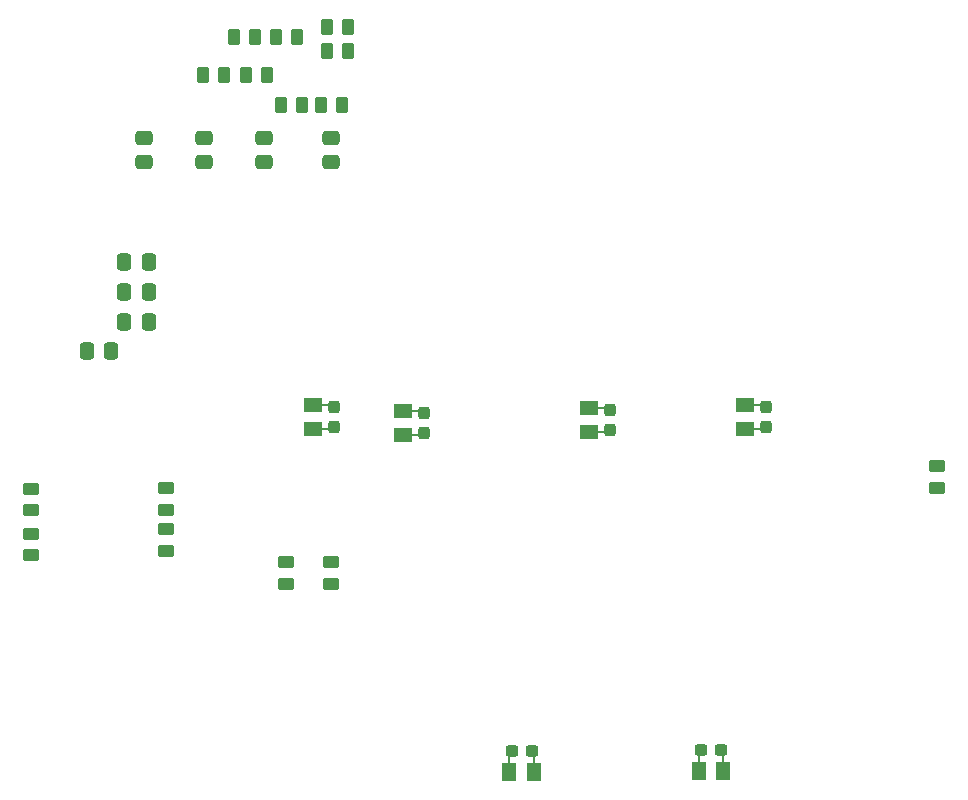
<source format=gbr>
%TF.GenerationSoftware,KiCad,Pcbnew,(6.0.7)*%
%TF.CreationDate,2022-12-27T00:24:06+11:00*%
%TF.ProjectId,esp32_esc,65737033-325f-4657-9363-2e6b69636164,rev?*%
%TF.SameCoordinates,Original*%
%TF.FileFunction,Paste,Bot*%
%TF.FilePolarity,Positive*%
%FSLAX46Y46*%
G04 Gerber Fmt 4.6, Leading zero omitted, Abs format (unit mm)*
G04 Created by KiCad (PCBNEW (6.0.7)) date 2022-12-27 00:24:06*
%MOMM*%
%LPD*%
G01*
G04 APERTURE LIST*
G04 Aperture macros list*
%AMRoundRect*
0 Rectangle with rounded corners*
0 $1 Rounding radius*
0 $2 $3 $4 $5 $6 $7 $8 $9 X,Y pos of 4 corners*
0 Add a 4 corners polygon primitive as box body*
4,1,4,$2,$3,$4,$5,$6,$7,$8,$9,$2,$3,0*
0 Add four circle primitives for the rounded corners*
1,1,$1+$1,$2,$3*
1,1,$1+$1,$4,$5*
1,1,$1+$1,$6,$7*
1,1,$1+$1,$8,$9*
0 Add four rect primitives between the rounded corners*
20,1,$1+$1,$2,$3,$4,$5,0*
20,1,$1+$1,$4,$5,$6,$7,0*
20,1,$1+$1,$6,$7,$8,$9,0*
20,1,$1+$1,$8,$9,$2,$3,0*%
%AMFreePoly0*
4,1,13,0.080902,2.058779,0.100000,2.000000,0.100000,0.725000,0.587500,0.725000,0.587500,-0.725000,-0.587500,-0.725000,-0.587500,0.725000,-0.100000,0.725000,-0.100000,2.000000,-0.080902,2.058779,-0.030902,2.095106,0.030902,2.095106,0.080902,2.058779,0.080902,2.058779,$1*%
G04 Aperture macros list end*
%ADD10RoundRect,0.250000X-0.450000X0.262500X-0.450000X-0.262500X0.450000X-0.262500X0.450000X0.262500X0*%
%ADD11RoundRect,0.250000X-0.262500X-0.450000X0.262500X-0.450000X0.262500X0.450000X-0.262500X0.450000X0*%
%ADD12RoundRect,0.250000X-0.475000X0.337500X-0.475000X-0.337500X0.475000X-0.337500X0.475000X0.337500X0*%
%ADD13RoundRect,0.250000X0.337500X0.475000X-0.337500X0.475000X-0.337500X-0.475000X0.337500X-0.475000X0*%
%ADD14RoundRect,0.237500X-0.237500X0.300000X-0.237500X-0.300000X0.237500X-0.300000X0.237500X0.300000X0*%
%ADD15FreePoly0,270.000000*%
%ADD16RoundRect,0.250000X0.450000X-0.262500X0.450000X0.262500X-0.450000X0.262500X-0.450000X-0.262500X0*%
%ADD17RoundRect,0.250000X0.262500X0.450000X-0.262500X0.450000X-0.262500X-0.450000X0.262500X-0.450000X0*%
%ADD18RoundRect,0.237500X-0.300000X-0.237500X0.300000X-0.237500X0.300000X0.237500X-0.300000X0.237500X0*%
%ADD19FreePoly0,0.000000*%
G04 APERTURE END LIST*
D10*
%TO.C,R9*%
X67310000Y-83185000D03*
X67310000Y-85010000D03*
%TD*%
D11*
%TO.C,R20*%
X66905500Y-37846000D03*
X68730500Y-37846000D03*
%TD*%
D12*
%TO.C,C21*%
X67310000Y-47222500D03*
X67310000Y-49297500D03*
%TD*%
D13*
%TO.C,C25*%
X51837500Y-62865000D03*
X49762500Y-62865000D03*
%TD*%
D10*
%TO.C,R18*%
X53340000Y-76915000D03*
X53340000Y-78740000D03*
%TD*%
D11*
%TO.C,R4*%
X56411500Y-41910000D03*
X58236500Y-41910000D03*
%TD*%
D12*
%TO.C,C17*%
X56515000Y-47222500D03*
X56515000Y-49297500D03*
%TD*%
D10*
%TO.C,R21*%
X41910000Y-76960000D03*
X41910000Y-78785000D03*
%TD*%
D14*
%TO.C,C9*%
X67562000Y-70025000D03*
D15*
X65784000Y-69828500D03*
D14*
X67562000Y-71750000D03*
D15*
X65784000Y-71903500D03*
%TD*%
D10*
%TO.C,R15*%
X53340000Y-80367500D03*
X53340000Y-82192500D03*
%TD*%
D13*
%TO.C,C24*%
X51837500Y-57785000D03*
X49762500Y-57785000D03*
%TD*%
D16*
%TO.C,R27*%
X118618000Y-76858500D03*
X118618000Y-75033500D03*
%TD*%
D14*
%TO.C,C16*%
X90930000Y-70279000D03*
D15*
X89152000Y-70082500D03*
D14*
X90930000Y-72004000D03*
D15*
X89152000Y-72157500D03*
%TD*%
D12*
%TO.C,C19*%
X51435000Y-47222500D03*
X51435000Y-49297500D03*
%TD*%
D17*
%TO.C,R12*%
X64862500Y-44450000D03*
X63037500Y-44450000D03*
%TD*%
%TO.C,R2*%
X64412500Y-38735000D03*
X62587500Y-38735000D03*
%TD*%
D13*
%TO.C,C36*%
X51837500Y-60325000D03*
X49762500Y-60325000D03*
%TD*%
D18*
%TO.C,C8*%
X82576500Y-99187000D03*
D19*
X82380000Y-100965000D03*
D18*
X84301500Y-99187000D03*
D19*
X84455000Y-100965000D03*
%TD*%
D10*
%TO.C,R11*%
X63500000Y-83185000D03*
X63500000Y-85010000D03*
%TD*%
%TO.C,R17*%
X41910000Y-80770000D03*
X41910000Y-82595000D03*
%TD*%
D14*
%TO.C,C30*%
X75182000Y-70533000D03*
D15*
X73404000Y-70336500D03*
D14*
X75182000Y-72258000D03*
D15*
X73404000Y-72411500D03*
%TD*%
D13*
%TO.C,C27*%
X48662500Y-65278000D03*
X46587500Y-65278000D03*
%TD*%
D17*
%TO.C,R3*%
X61872500Y-41910000D03*
X60047500Y-41910000D03*
%TD*%
D14*
%TO.C,C7*%
X104138000Y-70025000D03*
D15*
X102360000Y-69828500D03*
D14*
X104138000Y-71750000D03*
D15*
X102360000Y-71903500D03*
%TD*%
D17*
%TO.C,R13*%
X68222500Y-44450000D03*
X66397500Y-44450000D03*
%TD*%
%TO.C,R16*%
X68730500Y-39878000D03*
X66905500Y-39878000D03*
%TD*%
D18*
%TO.C,C18*%
X98605000Y-99060000D03*
D19*
X98408500Y-100838000D03*
D18*
X100330000Y-99060000D03*
D19*
X100483500Y-100838000D03*
%TD*%
D11*
%TO.C,R5*%
X59031500Y-38735000D03*
X60856500Y-38735000D03*
%TD*%
D12*
%TO.C,C15*%
X61595000Y-47222500D03*
X61595000Y-49297500D03*
%TD*%
M02*

</source>
